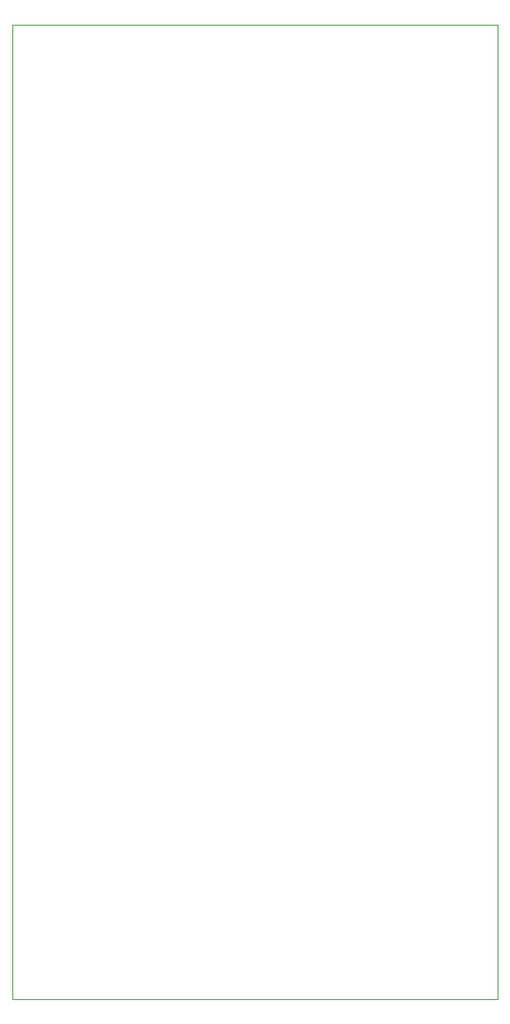
<source format=gbr>
%FSLAX46Y46*%
G04 Gerber Fmt 4.6, Leading zero omitted, Abs format (unit mm)*
G04 Created by KiCad (PCBNEW (2014-jan-25)-product) date Mon 14 Jul 2014 01:36:15 BST*
%MOMM*%
G01*
G04 APERTURE LIST*
%ADD10C,0.100000*%
G04 APERTURE END LIST*
D10*
X121412000Y-118618000D02*
X171196000Y-118618000D01*
X121412000Y-118618000D02*
X121412000Y-18796000D01*
X171196000Y-18796000D02*
X121412000Y-18796000D01*
X171196000Y-118618000D02*
X171196000Y-18796000D01*
M02*

</source>
